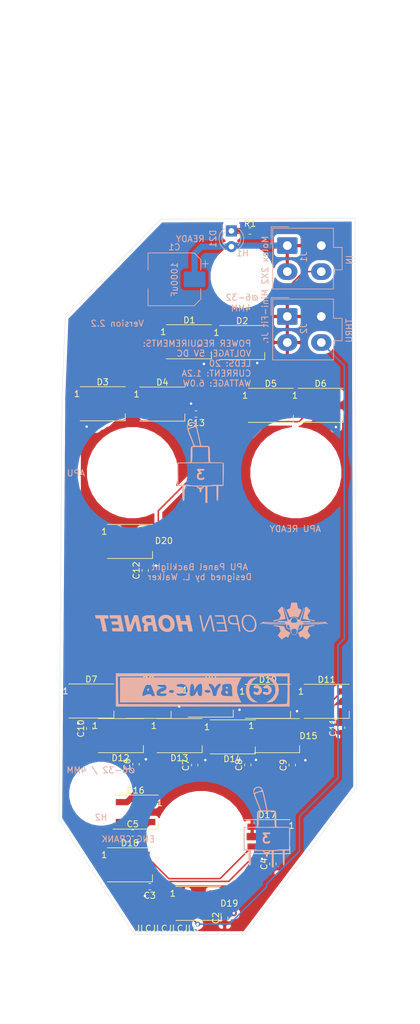
<source format=kicad_pcb>
(kicad_pcb (version 20171130) (host pcbnew "(5.1.12-1-10_14)")
  (layers (0 F.Cu signal) (31 B.Cu signal) (34 B.Paste user) (35 F.Paste user) (36 B.SilkS user) (37 F.SilkS user) (38 B.Mask user) (39 F.Mask user) (44 Edge.Cuts user))
  (net 0 "")
  (net 1 "Net-(D1-Pad2)")
  (net 2 "Net-(D2-Pad2)")
  (net 3 "Net-(D3-Pad2)")
  (net 4 "Net-(D5-Pad2)")
  (net 5 "Net-(D6-Pad2)")
  (net 6 "Net-(D7-Pad2)")
  (net 7 "Net-(D8-Pad2)")
  (net 8 "Net-(D10-Pad4)")
  (net 9 "Net-(D10-Pad2)")
  (net 10 "Net-(D11-Pad2)")
  (net 11 "Net-(D12-Pad2)")
  (net 12 "Net-(D13-Pad2)")
  (net 13 "Net-(D14-Pad2)")
  (net 14 "Net-(D15-Pad2)")
  (net 15 "Net-(D16-Pad2)")
  (net 16 "Net-(D17-Pad2)")
  (net 17 "Net-(D18-Pad2)")
  (net 18 "Net-(D20-Pad4)")
  (net 19 "Net-(D20-Pad2)")
  (net 20 /LED+5V)
  (net 21 /DATAIN)
  (net 22 /LEDGND)
  (net 23 /DATAOUT)
  (net 24 "Net-(D21-Pad1)")
  (module OH_Backlighting:Molex_Mini-Fit_Jr_5566-04A_2x02_P4.20mm_Vertical (layer B.Cu) (at 105.03916 70.67042 270)
    (fp_text reference J2 (at 1.97358 -2.65684 90) (layer B.SilkS) (effects (justify mirror)))
    (fp_text value Conn_01x04_Female)
    (pad 4 thru_hole oval (at 4.2 -5.5 270) (size 2.7 3.3) (drill 1.4) (layers *.Cu *.Mask) (net 23 /DATAOUT))
    (pad 3 thru_hole oval (at 0 -5.5 270) (size 2.7 3.3) (drill 1.4) (layers *.Cu *.Mask) (net 22 /LEDGND))
    (pad 2 thru_hole oval (at 4.2 0 270) (size 2.7 3.3) (drill 1.4) (layers *.Cu *.Mask) (net 20 /LED+5V))
    (pad 1 thru_hole roundrect (at 0 0 270) (size 2.7 3.3) (drill 1.4) (layers *.Cu *.Mask) (roundrect_rratio 0.09259296296296296) (net 20 /LED+5V))
  )
  (module OH_Backlighting:Molex_Mini-Fit_Jr_5566-04A_2x02_P4.20mm_Vertical (layer B.Cu) (at 105.03916 59.22772 270)
    (fp_text reference J1 (at 1.85928 -2.65684 90) (layer B.SilkS) (effects (justify mirror)))
    (fp_text value Conn_01x04_Female)
    (pad 4 thru_hole oval (at 4.2 -5.5 270) (size 2.7 3.3) (drill 1.4) (layers *.Cu *.Mask) (net 21 /DATAIN))
    (pad 3 thru_hole oval (at 0 -5.5 270) (size 2.7 3.3) (drill 1.4) (layers *.Cu *.Mask) (net 22 /LEDGND))
    (pad 2 thru_hole oval (at 4.2 0 270) (size 2.7 3.3) (drill 1.4) (layers *.Cu *.Mask) (net 20 /LED+5V))
    (pad 1 thru_hole roundrect (at 0 0 270) (size 2.7 3.3) (drill 1.4) (layers *.Cu *.Mask) (roundrect_rratio 0.09259296296296296) (net 20 /LED+5V))
  )
  (module OH_General:OH_LOGO_37.7mm_5.9mm (layer B.Cu) (at 92.80906 119.82958 180)
    (fp_text reference G2 hide)
    (fp_text value LOGO hide)
  )
  (module OH_General:CC-BY-NC-SA-Small (layer B.Cu) (at 91.45 130.95 180)
    (fp_text reference G3 hide)
    (fp_text value LOGO hide)
  )
  (module OH_Backlighting:631H_Toggle_Silkscreen (layer F.Cu) (at 101.7016 153.06802)
    (fp_text reference G4 hide)
    (fp_text value "631H Toggle" hide)
  )
  (module OH_Backlighting:631H_Toggle_Silkscreen (layer F.Cu) (at 90.97772 94.21876)
    (fp_text reference G1 hide)
    (fp_text value "631H Toggle" hide)
  )
  (module OH_Backlighting:OH_Panel_6-32_PHS (layer F.Cu) (at 74.929999 147.701001)
    (fp_text reference 5 hide)
    (fp_text value OH_Panel_Fastner_Keepout hide)
    (fp_text user H2 (at 0 3.81) (layer B.SilkS) (effects (justify mirror)))
    (fp_text user "⌀6-32 / 4MM" (at 0 -3.81) (layer B.SilkS) (effects (justify mirror)))
    (pad "" np_thru_hole circle (at 0 0) (size 4.3 4.3) (drill 4.3) (layers *.Cu *.Mask) (clearance 3))
  )
  (module OH_Backlighting:OH_Panel_6-32_PHS (layer F.Cu) (at 97.789999 64.135001)
    (fp_text reference 4 hide)
    (fp_text value OH_Panel_Fastner_Keepout hide)
    (fp_text user H1 (at 0.007621 -3.688081) (layer B.SilkS) (effects (justify mirror)))
    (fp_text user ⌀6-32 (at -0.039999 3.464999) (layer B.SilkS) (effects (justify mirror)))
    (pad "" np_thru_hole circle (at 0 0) (size 4.3 4.3) (drill 4.3) (layers *.Cu *.Mask) (clearance 3))
  )
  (module OH_Backlighting:631H_Toggle_13mm_x_13mm (layer F.Cu) (at 91.1225 154.622501)
    (fp_text reference 3 hide)
    (fp_text value 631H_Toggle_13mm_x_13mm hide)
    (pad "" np_thru_hole circle (at 0 0) (size 12.7 12.7) (drill 12.7) (layers B.Cu) (clearance 2.5))
    (pad "" np_thru_hole circle (at 0 0) (size 12.7 12.7) (drill 12.7) (layers *.Mask F.Cu) (clearance 1))
  )
  (module OH_Backlighting:631H_Toggle_13mm_x_13mm (layer F.Cu) (at 106.425999 95.885001)
    (fp_text reference 2 hide)
    (fp_text value 631H_Toggle_13mm_x_13mm hide)
    (pad "" np_thru_hole circle (at 0 0) (size 12.7 12.7) (drill 12.7) (layers B.Cu) (clearance 2.5))
    (pad "" np_thru_hole circle (at 0 0) (size 12.7 12.7) (drill 12.7) (layers *.Mask F.Cu) (clearance 1))
  )
  (module OH_Backlighting:631H_Toggle_13mm_x_13mm (layer F.Cu) (at 80.01 95.885001)
    (fp_text reference REF** hide)
    (fp_text value 631H_Toggle_13mm_x_13mm hide)
    (pad "" np_thru_hole circle (at 0 0) (size 12.7 12.7) (drill 12.7) (layers B.Cu) (clearance 2.5))
    (pad "" np_thru_hole circle (at 0 0) (size 12.7 12.7) (drill 12.7) (layers *.Mask F.Cu) (clearance 1))
  )
  (module Capacitor_SMD:C_0603_1608Metric (layer F.Cu) (at 80.05 154.05)
    (fp_text reference C5 (at 0 -1.43) (layer F.SilkS))
    (fp_text value C)
    (pad 2 smd roundrect (at 0.7875 0) (size 0.875 0.95) (layers F.Cu F.Paste F.Mask) (net 22 /LEDGND))
    (pad 1 smd roundrect (at -0.7875 0) (size 0.875 0.95) (layers F.Cu F.Paste F.Mask) (net 20 /LED+5V))
  )
  (module Capacitor_SMD:C_0603_1608Metric (layer F.Cu) (at 94.9198 167.77472 90)
    (fp_text reference C2 (at 0 -1.43 90) (layer F.SilkS))
    (fp_text value C)
    (pad 2 smd roundrect (at 0.7875 0 90) (size 0.875 0.95) (layers F.Cu F.Paste F.Mask) (net 22 /LEDGND))
    (pad 1 smd roundrect (at -0.7875 0 90) (size 0.875 0.95) (layers F.Cu F.Paste F.Mask) (net 20 /LED+5V))
  )
  (module Capacitor_SMD:C_0603_1608Metric (layer F.Cu) (at 90.2716 86.41842 180)
    (fp_text reference C13 (at 0 -1.43) (layer F.SilkS))
    (fp_text value C)
    (pad 2 smd roundrect (at 0.7875 0 180) (size 0.875 0.95) (layers F.Cu F.Paste F.Mask) (net 22 /LEDGND))
    (pad 1 smd roundrect (at -0.7875 0 180) (size 0.875 0.95) (layers F.Cu F.Paste F.Mask) (net 20 /LED+5V))
  )
  (module Capacitor_SMD:C_0603_1608Metric (layer F.Cu) (at 82.06994 111.66612 90)
    (fp_text reference C12 (at 0 -1.43 90) (layer F.SilkS))
    (fp_text value C)
    (pad 2 smd roundrect (at 0.7875 0 90) (size 0.875 0.95) (layers F.Cu F.Paste F.Mask) (net 22 /LEDGND))
    (pad 1 smd roundrect (at -0.7875 0 90) (size 0.875 0.95) (layers F.Cu F.Paste F.Mask) (net 20 /LED+5V))
  )
  (module Capacitor_SMD:C_0603_1608Metric (layer F.Cu) (at 113.84534 137.04316 90)
    (fp_text reference C11 (at 0 -1.43 90) (layer F.SilkS))
    (fp_text value C)
    (pad 2 smd roundrect (at 0.7875 0 90) (size 0.875 0.95) (layers F.Cu F.Paste F.Mask) (net 22 /LEDGND))
    (pad 1 smd roundrect (at -0.7875 0 90) (size 0.875 0.95) (layers F.Cu F.Paste F.Mask) (net 20 /LED+5V))
  )
  (module Capacitor_SMD:C_0603_1608Metric (layer F.Cu) (at 73.09866 137.17534 90)
    (fp_text reference C10 (at 0 -1.43 90) (layer F.SilkS))
    (fp_text value C)
    (pad 2 smd roundrect (at 0.7875 0 90) (size 0.875 0.95) (layers F.Cu F.Paste F.Mask) (net 22 /LEDGND))
    (pad 1 smd roundrect (at -0.7875 0 90) (size 0.875 0.95) (layers F.Cu F.Paste F.Mask) (net 20 /LED+5V))
  )
  (module Capacitor_SMD:C_0603_1608Metric (layer F.Cu) (at 105.82656 143.08338 90)
    (fp_text reference C9 (at 0 -1.43 90) (layer F.SilkS))
    (fp_text value C)
    (pad 2 smd roundrect (at 0.7875 0 90) (size 0.875 0.95) (layers F.Cu F.Paste F.Mask) (net 22 /LEDGND))
    (pad 1 smd roundrect (at -0.7875 0 90) (size 0.875 0.95) (layers F.Cu F.Paste F.Mask) (net 20 /LED+5V))
  )
  (module Capacitor_SMD:C_0603_1608Metric (layer F.Cu) (at 98.65106 143.05788 90)
    (fp_text reference C8 (at 0 -1.43 90) (layer F.SilkS))
    (fp_text value C)
    (pad 2 smd roundrect (at 0.7875 0 90) (size 0.875 0.95) (layers F.Cu F.Paste F.Mask) (net 22 /LEDGND))
    (pad 1 smd roundrect (at -0.7875 0 90) (size 0.875 0.95) (layers F.Cu F.Paste F.Mask) (net 20 /LED+5V))
  )
  (module Capacitor_SMD:C_0603_1608Metric (layer F.Cu) (at 90.07094 143.0782 90)
    (fp_text reference C7 (at 0 -1.43 90) (layer F.SilkS))
    (fp_text value C)
    (pad 2 smd roundrect (at 0.7875 0 90) (size 0.875 0.95) (layers F.Cu F.Paste F.Mask) (net 22 /LEDGND))
    (pad 1 smd roundrect (at -0.7875 0 90) (size 0.875 0.95) (layers F.Cu F.Paste F.Mask) (net 20 /LED+5V))
  )
  (module Capacitor_SMD:C_0603_1608Metric (layer F.Cu) (at 80.5815 142.9385 90)
    (fp_text reference C6 (at 0 -1.43 90) (layer F.SilkS))
    (fp_text value C)
    (pad 2 smd roundrect (at 0.7875 0 90) (size 0.875 0.95) (layers F.Cu F.Paste F.Mask) (net 22 /LEDGND))
    (pad 1 smd roundrect (at -0.7875 0 90) (size 0.875 0.95) (layers F.Cu F.Paste F.Mask) (net 20 /LED+5V))
  )
  (module Capacitor_SMD:C_0603_1608Metric (layer F.Cu) (at 102.71506 159.03204 90)
    (fp_text reference C4 (at 0 -1.43 90) (layer F.SilkS))
    (fp_text value C)
    (pad 2 smd roundrect (at 0.7875 0 90) (size 0.875 0.95) (layers F.Cu F.Paste F.Mask) (net 22 /LEDGND))
    (pad 1 smd roundrect (at -0.7875 0 90) (size 0.875 0.95) (layers F.Cu F.Paste F.Mask) (net 20 /LED+5V))
  )
  (module Capacitor_SMD:C_0603_1608Metric (layer F.Cu) (at 82.81172 162.70986 180)
    (fp_text reference C3 (at 0 -1.43) (layer F.SilkS))
    (fp_text value C)
    (pad 2 smd roundrect (at 0.7875 0 180) (size 0.875 0.95) (layers F.Cu F.Paste F.Mask) (net 22 /LEDGND))
    (pad 1 smd roundrect (at -0.7875 0 180) (size 0.875 0.95) (layers F.Cu F.Paste F.Mask) (net 20 /LED+5V))
  )
  (module Resistor_SMD:R_0603_1608Metric (layer F.Cu) (at 99.00168 56.87568)
    (fp_text reference R1 (at 0.01832 -1.20568) (layer F.SilkS))
    (fp_text value R)
    (pad 2 smd roundrect (at 0.7875 0) (size 0.875 0.95) (layers F.Cu F.Paste F.Mask) (net 22 /LEDGND))
    (pad 1 smd roundrect (at -0.7875 0) (size 0.875 0.95) (layers F.Cu F.Paste F.Mask) (net 24 "Net-(D21-Pad1)"))
  )
  (module LED_THT:LED_D3.0mm (layer B.Cu) (at 95.9993 56.85536 270)
    (fp_text reference D21 (at 1.27 2.96 270) (layer B.SilkS) (effects (justify mirror)))
    (fp_text value LED)
    (pad 2 thru_hole circle (at 2.54 0 270) (size 1.8 1.8) (drill 0.9) (layers *.Cu *.Mask) (net 20 /LED+5V))
    (pad 1 thru_hole rect (at 0 0 270) (size 1.8 1.8) (drill 0.9) (layers *.Cu *.Mask) (net 24 "Net-(D21-Pad1)"))
  )
  (module Capacitor_SMD:CP_Elec_8x10 (layer B.Cu) (at 86.79046 64.67348 180)
    (fp_text reference C1 (at 0 5.2) (layer B.SilkS) (effects (justify mirror)))
    (fp_text value C_Polarized)
    (pad 2 smd roundrect (at 3.25 0 180) (size 3.5 2.5) (layers B.Cu B.Paste B.Mask) (roundrect_rratio 0.1) (net 22 /LEDGND))
    (pad 1 smd roundrect (at -3.25 0 180) (size 3.5 2.5) (layers B.Cu B.Paste B.Mask) (roundrect_rratio 0.1) (net 20 /LED+5V))
  )
  (module LED_SMD:LED_WS2812B_PLCC4_5.0x5.0mm_P3.2mm (layer F.Cu) (at 79.6036 106.9848)
    (fp_text reference D20 (at 5.4864 -0.1016) (layer F.SilkS))
    (fp_text value WS2812B)
    (fp_text user 1 (at -4.15 -1.6) (layer F.SilkS))
    (pad 1 smd rect (at -2.45 -1.6) (size 1.5 1) (layers F.Cu F.Paste F.Mask) (net 20 /LED+5V))
    (pad 2 smd rect (at -2.45 1.6) (size 1.5 1) (layers F.Cu F.Paste F.Mask) (net 19 "Net-(D20-Pad2)"))
    (pad 4 smd rect (at 2.45 -1.6) (size 1.5 1) (layers F.Cu F.Paste F.Mask) (net 18 "Net-(D20-Pad4)"))
    (pad 3 smd rect (at 2.45 1.6) (size 1.5 1) (layers F.Cu F.Paste F.Mask) (net 22 /LEDGND))
  )
  (module LED_SMD:LED_WS2812B_PLCC4_5.0x5.0mm_P3.2mm (layer F.Cu) (at 110.4276 85.0136)
    (fp_text reference D6 (at 0 -3.5) (layer F.SilkS))
    (fp_text value WS2812B)
    (fp_text user 1 (at -4.15 -1.6) (layer F.SilkS))
    (pad 1 smd rect (at -2.45 -1.6) (size 1.5 1) (layers F.Cu F.Paste F.Mask) (net 20 /LED+5V))
    (pad 2 smd rect (at -2.45 1.6) (size 1.5 1) (layers F.Cu F.Paste F.Mask) (net 5 "Net-(D6-Pad2)"))
    (pad 4 smd rect (at 2.45 -1.6) (size 1.5 1) (layers F.Cu F.Paste F.Mask) (net 4 "Net-(D5-Pad2)"))
    (pad 3 smd rect (at 2.45 1.6) (size 1.5 1) (layers F.Cu F.Paste F.Mask) (net 22 /LEDGND))
  )
  (module LED_SMD:LED_WS2812B_PLCC4_5.0x5.0mm_P3.2mm (layer F.Cu) (at 102.3736 85.0136)
    (fp_text reference D5 (at 0 -3.5) (layer F.SilkS))
    (fp_text value WS2812B)
    (fp_text user 1 (at -4.15 -1.6) (layer F.SilkS))
    (pad 1 smd rect (at -2.45 -1.6) (size 1.5 1) (layers F.Cu F.Paste F.Mask) (net 20 /LED+5V))
    (pad 2 smd rect (at -2.45 1.6) (size 1.5 1) (layers F.Cu F.Paste F.Mask) (net 4 "Net-(D5-Pad2)"))
    (pad 4 smd rect (at 2.45 -1.6) (size 1.5 1) (layers F.Cu F.Paste F.Mask) (net 19 "Net-(D20-Pad2)"))
    (pad 3 smd rect (at 2.45 1.6) (size 1.5 1) (layers F.Cu F.Paste F.Mask) (net 22 /LEDGND))
  )
  (module LED_SMD:LED_WS2812B_PLCC4_5.0x5.0mm_P3.2mm (layer F.Cu) (at 111.4044 132.7912)
    (fp_text reference D11 (at 0 -3.5) (layer F.SilkS))
    (fp_text value WS2812B)
    (fp_text user 1 (at -4.15 -1.6) (layer F.SilkS))
    (pad 1 smd rect (at -2.45 -1.6) (size 1.5 1) (layers F.Cu F.Paste F.Mask) (net 20 /LED+5V))
    (pad 2 smd rect (at -2.45 1.6) (size 1.5 1) (layers F.Cu F.Paste F.Mask) (net 10 "Net-(D11-Pad2)"))
    (pad 4 smd rect (at 2.45 -1.6) (size 1.5 1) (layers F.Cu F.Paste F.Mask) (net 9 "Net-(D10-Pad2)"))
    (pad 3 smd rect (at 2.45 1.6) (size 1.5 1) (layers F.Cu F.Paste F.Mask) (net 22 /LEDGND))
  )
  (module LED_SMD:LED_WS2812B_PLCC4_5.0x5.0mm_P3.2mm (layer F.Cu) (at 90.678 165.4048)
    (fp_text reference D19 (at 4.9784 0) (layer F.SilkS))
    (fp_text value WS2812B)
    (fp_text user 1 (at -4.15 -1.6) (layer F.SilkS))
    (pad 1 smd rect (at -2.45 -1.6) (size 1.5 1) (layers F.Cu F.Paste F.Mask) (net 20 /LED+5V))
    (pad 2 smd rect (at -2.45 1.6) (size 1.5 1) (layers F.Cu F.Paste F.Mask) (net 23 /DATAOUT))
    (pad 4 smd rect (at 2.45 -1.6) (size 1.5 1) (layers F.Cu F.Paste F.Mask) (net 17 "Net-(D18-Pad2)"))
    (pad 3 smd rect (at 2.45 1.6) (size 1.5 1) (layers F.Cu F.Paste F.Mask) (net 22 /LEDGND))
  )
  (module LED_SMD:LED_WS2812B_PLCC4_5.0x5.0mm_P3.2mm (layer F.Cu) (at 79.592 159.1816)
    (fp_text reference D18 (at 0 -3.5) (layer F.SilkS))
    (fp_text value WS2812B)
    (fp_text user 1 (at -4.15 -1.6) (layer F.SilkS))
    (pad 1 smd rect (at -2.45 -1.6) (size 1.5 1) (layers F.Cu F.Paste F.Mask) (net 20 /LED+5V))
    (pad 2 smd rect (at -2.45 1.6) (size 1.5 1) (layers F.Cu F.Paste F.Mask) (net 17 "Net-(D18-Pad2)"))
    (pad 4 smd rect (at 2.45 -1.6) (size 1.5 1) (layers F.Cu F.Paste F.Mask) (net 16 "Net-(D17-Pad2)"))
    (pad 3 smd rect (at 2.45 1.6) (size 1.5 1) (layers F.Cu F.Paste F.Mask) (net 22 /LEDGND))
  )
  (module LED_SMD:LED_WS2812B_PLCC4_5.0x5.0mm_P3.2mm (layer F.Cu) (at 101.8032 154.6352)
    (fp_text reference D17 (at 0 -3.5) (layer F.SilkS))
    (fp_text value WS2812B)
    (fp_text user 1 (at 3.9116 -1.778) (layer F.SilkS))
    (pad 1 smd rect (at -2.45 -1.6) (size 1.5 1) (layers F.Cu F.Paste F.Mask) (net 20 /LED+5V))
    (pad 2 smd rect (at -2.45 1.6) (size 1.5 1) (layers F.Cu F.Paste F.Mask) (net 16 "Net-(D17-Pad2)"))
    (pad 4 smd rect (at 2.45 -1.6) (size 1.5 1) (layers F.Cu F.Paste F.Mask) (net 15 "Net-(D16-Pad2)"))
    (pad 3 smd rect (at 2.45 1.6) (size 1.5 1) (layers F.Cu F.Paste F.Mask) (net 22 /LEDGND))
  )
  (module LED_SMD:LED_WS2812B_PLCC4_5.0x5.0mm_P3.2mm (layer F.Cu) (at 80.518 150.6728)
    (fp_text reference D16 (at 0 -3.5) (layer F.SilkS))
    (fp_text value WS2812B)
    (fp_text user 1 (at 3.9116 -1.4732) (layer F.SilkS))
    (pad 1 smd rect (at -2.45 -1.6) (size 1.5 1) (layers F.Cu F.Paste F.Mask) (net 20 /LED+5V))
    (pad 2 smd rect (at -2.45 1.6) (size 1.5 1) (layers F.Cu F.Paste F.Mask) (net 15 "Net-(D16-Pad2)"))
    (pad 4 smd rect (at 2.45 -1.6) (size 1.5 1) (layers F.Cu F.Paste F.Mask) (net 14 "Net-(D15-Pad2)"))
    (pad 3 smd rect (at 2.45 1.6) (size 1.5 1) (layers F.Cu F.Paste F.Mask) (net 22 /LEDGND))
  )
  (module LED_SMD:LED_WS2812B_PLCC4_5.0x5.0mm_P3.2mm (layer F.Cu) (at 103.378 138.3284)
    (fp_text reference D15 (at 5.08 0.0508) (layer F.SilkS))
    (fp_text value WS2812B)
    (fp_text user 1 (at -4.15 -1.6) (layer F.SilkS))
    (pad 1 smd rect (at -2.45 -1.6) (size 1.5 1) (layers F.Cu F.Paste F.Mask) (net 20 /LED+5V))
    (pad 2 smd rect (at -2.45 1.6) (size 1.5 1) (layers F.Cu F.Paste F.Mask) (net 14 "Net-(D15-Pad2)"))
    (pad 4 smd rect (at 2.45 -1.6) (size 1.5 1) (layers F.Cu F.Paste F.Mask) (net 13 "Net-(D14-Pad2)"))
    (pad 3 smd rect (at 2.45 1.6) (size 1.5 1) (layers F.Cu F.Paste F.Mask) (net 22 /LEDGND))
  )
  (module LED_SMD:LED_WS2812B_PLCC4_5.0x5.0mm_P3.2mm (layer F.Cu) (at 96.2152 138.5316)
    (fp_text reference D14 (at -0.0508 3.556) (layer F.SilkS))
    (fp_text value WS2812B)
    (fp_text user 1 (at -4.15 -1.6) (layer F.SilkS))
    (pad 1 smd rect (at -2.45 -1.6) (size 1.5 1) (layers F.Cu F.Paste F.Mask) (net 20 /LED+5V))
    (pad 2 smd rect (at -2.45 1.6) (size 1.5 1) (layers F.Cu F.Paste F.Mask) (net 13 "Net-(D14-Pad2)"))
    (pad 4 smd rect (at 2.45 -1.6) (size 1.5 1) (layers F.Cu F.Paste F.Mask) (net 12 "Net-(D13-Pad2)"))
    (pad 3 smd rect (at 2.45 1.6) (size 1.5 1) (layers F.Cu F.Paste F.Mask) (net 22 /LEDGND))
  )
  (module LED_SMD:LED_WS2812B_PLCC4_5.0x5.0mm_P3.2mm (layer F.Cu) (at 87.63 138.3284)
    (fp_text reference D13 (at -0.0508 3.6068) (layer F.SilkS))
    (fp_text value WS2812B)
    (fp_text user 1 (at -4.15 -1.6) (layer F.SilkS))
    (pad 1 smd rect (at -2.45 -1.6) (size 1.5 1) (layers F.Cu F.Paste F.Mask) (net 20 /LED+5V))
    (pad 2 smd rect (at -2.45 1.6) (size 1.5 1) (layers F.Cu F.Paste F.Mask) (net 12 "Net-(D13-Pad2)"))
    (pad 4 smd rect (at 2.45 -1.6) (size 1.5 1) (layers F.Cu F.Paste F.Mask) (net 11 "Net-(D12-Pad2)"))
    (pad 3 smd rect (at 2.45 1.6) (size 1.5 1) (layers F.Cu F.Paste F.Mask) (net 22 /LEDGND))
  )
  (module LED_SMD:LED_WS2812B_PLCC4_5.0x5.0mm_P3.2mm (layer F.Cu) (at 78.1304 138.3284)
    (fp_text reference D12 (at -0.0508 3.6068) (layer F.SilkS))
    (fp_text value WS2812B)
    (fp_text user 1 (at -4.15 -1.6) (layer F.SilkS))
    (pad 1 smd rect (at -2.45 -1.6) (size 1.5 1) (layers F.Cu F.Paste F.Mask) (net 20 /LED+5V))
    (pad 2 smd rect (at -2.45 1.6) (size 1.5 1) (layers F.Cu F.Paste F.Mask) (net 11 "Net-(D12-Pad2)"))
    (pad 4 smd rect (at 2.45 -1.6) (size 1.5 1) (layers F.Cu F.Paste F.Mask) (net 10 "Net-(D11-Pad2)"))
    (pad 3 smd rect (at 2.45 1.6) (size 1.5 1) (layers F.Cu F.Paste F.Mask) (net 22 /LEDGND))
  )
  (module LED_SMD:LED_WS2812B_PLCC4_5.0x5.0mm_P3.2mm (layer F.Cu) (at 101.9048 132.7912)
    (fp_text reference D10 (at 0 -3.5) (layer F.SilkS))
    (fp_text value WS2812B)
    (fp_text user 1 (at -4.15 -1.6) (layer F.SilkS))
    (pad 1 smd rect (at -2.45 -1.6) (size 1.5 1) (layers F.Cu F.Paste F.Mask) (net 20 /LED+5V))
    (pad 2 smd rect (at -2.45 1.6) (size 1.5 1) (layers F.Cu F.Paste F.Mask) (net 9 "Net-(D10-Pad2)"))
    (pad 4 smd rect (at 2.45 -1.6) (size 1.5 1) (layers F.Cu F.Paste F.Mask) (net 8 "Net-(D10-Pad4)"))
    (pad 3 smd rect (at 2.45 1.6) (size 1.5 1) (layers F.Cu F.Paste F.Mask) (net 22 /LEDGND))
  )
  (module LED_SMD:LED_WS2812B_PLCC4_5.0x5.0mm_P3.2mm (layer F.Cu) (at 92.6592 132.588)
    (fp_text reference D9 (at 0 -3.5) (layer F.SilkS))
    (fp_text value WS2812B)
    (fp_text user 1 (at -4.15 -1.6) (layer F.SilkS))
    (pad 1 smd rect (at -2.45 -1.6) (size 1.5 1) (layers F.Cu F.Paste F.Mask) (net 20 /LED+5V))
    (pad 2 smd rect (at -2.45 1.6) (size 1.5 1) (layers F.Cu F.Paste F.Mask) (net 8 "Net-(D10-Pad4)"))
    (pad 4 smd rect (at 2.45 -1.6) (size 1.5 1) (layers F.Cu F.Paste F.Mask) (net 7 "Net-(D8-Pad2)"))
    (pad 3 smd rect (at 2.45 1.6) (size 1.5 1) (layers F.Cu F.Paste F.Mask) (net 22 /LEDGND))
  )
  (module LED_SMD:LED_WS2812B_PLCC4_5.0x5.0mm_P3.2mm (layer F.Cu) (at 82.6008 132.7912)
    (fp_text reference D8 (at 0 -3.5) (layer F.SilkS))
    (fp_text value WS2812B)
    (fp_text user 1 (at -4.15 -1.6) (layer F.SilkS))
    (pad 1 smd rect (at -2.45 -1.6) (size 1.5 1) (layers F.Cu F.Paste F.Mask) (net 20 /LED+5V))
    (pad 2 smd rect (at -2.45 1.6) (size 1.5 1) (layers F.Cu F.Paste F.Mask) (net 7 "Net-(D8-Pad2)"))
    (pad 4 smd rect (at 2.45 -1.6) (size 1.5 1) (layers F.Cu F.Paste F.Mask) (net 6 "Net-(D7-Pad2)"))
    (pad 3 smd rect (at 2.45 1.6) (size 1.5 1) (layers F.Cu F.Paste F.Mask) (net 22 /LEDGND))
  )
  (module LED_SMD:LED_WS2812B_PLCC4_5.0x5.0mm_P3.2mm (layer F.Cu) (at 73.3552 132.7404)
    (fp_text reference D7 (at 0 -3.5) (layer F.SilkS))
    (fp_text value WS2812B)
    (fp_text user 1 (at -4.15 -1.6) (layer F.SilkS))
    (pad 1 smd rect (at -2.45 -1.6) (size 1.5 1) (layers F.Cu F.Paste F.Mask) (net 20 /LED+5V))
    (pad 2 smd rect (at -2.45 1.6) (size 1.5 1) (layers F.Cu F.Paste F.Mask) (net 6 "Net-(D7-Pad2)"))
    (pad 4 smd rect (at 2.45 -1.6) (size 1.5 1) (layers F.Cu F.Paste F.Mask) (net 5 "Net-(D6-Pad2)"))
    (pad 3 smd rect (at 2.45 1.6) (size 1.5 1) (layers F.Cu F.Paste F.Mask) (net 22 /LEDGND))
  )
  (module LED_SMD:LED_WS2812B_PLCC4_5.0x5.0mm_P3.2mm (layer F.Cu) (at 84.836 84.8104)
    (fp_text reference D4 (at 0 -3.5) (layer F.SilkS))
    (fp_text value WS2812B)
    (fp_text user 1 (at -4.15 -1.6) (layer F.SilkS))
    (pad 1 smd rect (at -2.45 -1.6) (size 1.5 1) (layers F.Cu F.Paste F.Mask) (net 20 /LED+5V))
    (pad 2 smd rect (at -2.45 1.6) (size 1.5 1) (layers F.Cu F.Paste F.Mask) (net 18 "Net-(D20-Pad4)"))
    (pad 4 smd rect (at 2.45 -1.6) (size 1.5 1) (layers F.Cu F.Paste F.Mask) (net 3 "Net-(D3-Pad2)"))
    (pad 3 smd rect (at 2.45 1.6) (size 1.5 1) (layers F.Cu F.Paste F.Mask) (net 22 /LEDGND))
  )
  (module LED_SMD:LED_WS2812B_PLCC4_5.0x5.0mm_P3.2mm (layer F.Cu) (at 75.1956 84.7596)
    (fp_text reference D3 (at 0 -3.5) (layer F.SilkS))
    (fp_text value WS2812B)
    (fp_text user 1 (at -4.15 -1.6) (layer F.SilkS))
    (pad 1 smd rect (at -2.45 -1.6) (size 1.5 1) (layers F.Cu F.Paste F.Mask) (net 20 /LED+5V))
    (pad 2 smd rect (at -2.45 1.6) (size 1.5 1) (layers F.Cu F.Paste F.Mask) (net 3 "Net-(D3-Pad2)"))
    (pad 4 smd rect (at 2.45 -1.6) (size 1.5 1) (layers F.Cu F.Paste F.Mask) (net 2 "Net-(D2-Pad2)"))
    (pad 3 smd rect (at 2.45 1.6) (size 1.5 1) (layers F.Cu F.Paste F.Mask) (net 22 /LEDGND))
  )
  (module LED_SMD:LED_WS2812B_PLCC4_5.0x5.0mm_P3.2mm (layer F.Cu) (at 97.7392 74.8792)
    (fp_text reference D2 (at 0 -3.5) (layer F.SilkS))
    (fp_text value WS2812B)
    (fp_text user 1 (at -4.15 -1.6) (layer F.SilkS))
    (pad 1 smd rect (at -2.45 -1.6) (size 1.5 1) (layers F.Cu F.Paste F.Mask) (net 20 /LED+5V))
    (pad 2 smd rect (at -2.45 1.6) (size 1.5 1) (layers F.Cu F.Paste F.Mask) (net 2 "Net-(D2-Pad2)"))
    (pad 4 smd rect (at 2.45 -1.6) (size 1.5 1) (layers F.Cu F.Paste F.Mask) (net 1 "Net-(D1-Pad2)"))
    (pad 3 smd rect (at 2.45 1.6) (size 1.5 1) (layers F.Cu F.Paste F.Mask) (net 22 /LEDGND))
  )
  (module LED_SMD:LED_WS2812B_PLCC4_5.0x5.0mm_P3.2mm (layer F.Cu) (at 89.1424 74.7524)
    (fp_text reference D1 (at 0.0624 -3.48) (layer F.SilkS))
    (fp_text value WS2812B)
    (fp_text user 1 (at -4.15 -1.6) (layer F.SilkS))
    (pad 1 smd rect (at -2.45 -1.6) (size 1.5 1) (layers F.Cu F.Paste F.Mask) (net 20 /LED+5V))
    (pad 2 smd rect (at -2.45 1.6) (size 1.5 1) (layers F.Cu F.Paste F.Mask) (net 1 "Net-(D1-Pad2)"))
    (pad 4 smd rect (at 2.45 -1.6) (size 1.5 1) (layers F.Cu F.Paste F.Mask) (net 21 /DATAIN))
    (pad 3 smd rect (at 2.45 1.6) (size 1.5 1) (layers F.Cu F.Paste F.Mask) (net 22 /LEDGND))
  )
  (gr_text 1000uF (at 86.81 64.72 90) (layer B.SilkS) (effects (font (size 1 1)) (justify mirror)))
  (gr_text JLCJLCJLCJLC (at 85.63 169.47) (layer F.SilkS) (effects (font (size 1 1))))
  (gr_text "Molex 2X2 Mini-Fit Jr." (at 101.45 66.35 90) (layer B.SilkS) (effects (font (size 1 1)) (justify mirror)))
  (gr_text 4MM (at 97.55 69.35) (layer B.SilkS) (effects (font (size 1 1)) (justify mirror)))
  (gr_text READY (at 89.35 58.15) (layer B.SilkS) (effects (font (size 1 1)) (justify mirror)))
  (gr_text "POWER REQUIREMENTS:\nVOLTAGE: 5V DC\nLEDS: 20\nCURRENT: 1.2A\nWATTAGE: 6.0W" (at 99.3 78.25) (layer B.SilkS) (effects (font (size 1 1)) (justify left mirror)))
  (gr_text "APU Panel Backlight\nDesigned by L. Walker" (at 90.88882 111.9124) (layer B.SilkS) (effects (font (size 1 1)) (justify mirror)))
  (gr_text 3 (at 101.64572 154.92476) (layer B.SilkS) (effects (font (size 1.5 1.5) (thickness 0.3)) (justify mirror)))
  (gr_text 3 (at 91.01074 96.23552) (layer B.SilkS) (effects (font (size 1.5 1.5) (thickness 0.3)) (justify mirror)))
  (gr_text "Version 2.2" (at 77.55 71.8) (layer B.SilkS) (effects (font (size 1 1)) (justify mirror)))
  (gr_text APU (at 70.87362 95.95866) (layer B.SilkS) (effects (font (size 1 1)) (justify mirror)))
  (gr_text "APU READY" (at 106.3244 104.9528) (layer B.SilkS) (effects (font (size 1 1)) (justify mirror)))
  (gr_text "ENG CRANK" (at 79.28864 155.03398) (layer B.SilkS) (effects (font (size 1 1)) (justify mirror)))
  (gr_text THRU (at 115.05184 72.96404 90) (layer B.SilkS) (effects (font (size 1 1)) (justify mirror)))
  (gr_text IN (at 115.09502 61.52896 90) (layer B.SilkS) (effects (font (size 1 1)) (justify mirror)))
  (gr_line (start 69.1388 70.8152) (end 68.6308 83.6168) (layer Edge.Cuts) (width 0.05))
  (gr_line (start 84.582 54.9656) (end 69.1388 70.8152) (layer Edge.Cuts) (width 0.05))
  (gr_line (start 115.9764 54.8132) (end 84.582 54.9656) (layer Edge.Cuts) (width 0.05))
  (gr_line (start 116.2304 146.7104) (end 115.9764 54.8132) (layer Edge.Cuts) (width 0.05))
  (gr_line (start 98.2472 170.434) (end 116.2304 146.7104) (layer Edge.Cuts) (width 0.05))
  (gr_line (start 80.264 170.434) (end 98.2472 170.434) (layer Edge.Cuts) (width 0.05))
  (gr_line (start 68.1228 151.7904) (end 80.264 170.434) (layer Edge.Cuts) (width 0.05))
  (gr_line (start 68.6308 83.6168) (end 68.1228 151.7904) (layer Edge.Cuts) (width 0.05))
  (segment (start 86.6924 75.6024) (end 88.15728 74.13752) (width 0.25) (layer F.Cu) (net 1))
  (segment (start 86.6924 76.3524) (end 86.6924 75.6024) (width 0.25) (layer F.Cu) (net 1))
  (segment (start 99.364199 74.104201) (end 100.1892 73.2792) (width 0.25) (layer F.Cu) (net 1))
  (segment (start 96.121519 74.104201) (end 99.364199 74.104201) (width 0.25) (layer F.Cu) (net 1))
  (segment (start 96.0882 74.13752) (end 96.121519 74.104201) (width 0.25) (layer F.Cu) (net 1))
  (segment (start 88.15728 74.13752) (end 96.0882 74.13752) (width 0.25) (layer F.Cu) (net 1))
  (segment (start 95.2892 76.4792) (end 92.15972 79.60868) (width 0.25) (layer F.Cu) (net 2))
  (segment (start 81.19652 79.60868) (end 77.6456 83.1596) (width 0.25) (layer F.Cu) (net 2))
  (segment (start 92.15972 79.60868) (end 81.19652 79.60868) (width 0.25) (layer F.Cu) (net 2))
  (segment (start 86.061789 84.434611) (end 87.286 83.2104) (width 0.25) (layer F.Cu) (net 3))
  (segment (start 74.670589 84.434611) (end 86.061789 84.434611) (width 0.25) (layer F.Cu) (net 3))
  (segment (start 72.7456 86.3596) (end 74.670589 84.434611) (width 0.25) (layer F.Cu) (net 3))
  (segment (start 112.052599 84.238601) (end 112.8776 83.4136) (width 0.25) (layer F.Cu) (net 4))
  (segment (start 102.298599 84.238601) (end 112.052599 84.238601) (width 0.25) (layer F.Cu) (net 4))
  (segment (start 99.9236 86.6136) (end 102.298599 84.238601) (width 0.25) (layer F.Cu) (net 4))
  (segment (start 75.8052 131.1404) (end 75.8052 128.4448) (width 0.25) (layer F.Cu) (net 5))
  (segment (start 75.8052 128.4448) (end 94.9 109.35) (width 0.25) (layer F.Cu) (net 5))
  (segment (start 94.9 109.35) (end 94.9 94.05) (width 0.25) (layer F.Cu) (net 5))
  (segment (start 94.9 94.05) (end 101.3 87.65) (width 0.25) (layer F.Cu) (net 5))
  (segment (start 106.9412 87.65) (end 107.9776 86.6136) (width 0.25) (layer F.Cu) (net 5))
  (segment (start 101.3 87.65) (end 106.9412 87.65) (width 0.25) (layer F.Cu) (net 5))
  (segment (start 85.0508 131.9412) (end 84.23382 132.75818) (width 0.25) (layer F.Cu) (net 6))
  (segment (start 85.0508 131.1912) (end 85.0508 131.9412) (width 0.25) (layer F.Cu) (net 6))
  (segment (start 72.48742 132.75818) (end 70.9052 134.3404) (width 0.25) (layer F.Cu) (net 6))
  (segment (start 84.23382 132.75818) (end 72.48742 132.75818) (width 0.25) (layer F.Cu) (net 6))
  (segment (start 85.612209 132.016201) (end 94.080999 132.016201) (width 0.25) (layer F.Cu) (net 7))
  (segment (start 94.080999 132.016201) (end 95.1092 130.988) (width 0.25) (layer F.Cu) (net 7))
  (segment (start 83.23721 134.3912) (end 85.612209 132.016201) (width 0.25) (layer F.Cu) (net 7))
  (segment (start 80.1508 134.3912) (end 83.23721 134.3912) (width 0.25) (layer F.Cu) (net 7))
  (segment (start 91.034201 133.362999) (end 93.781581 133.362999) (width 0.25) (layer F.Cu) (net 8))
  (segment (start 90.2092 134.188) (end 91.034201 133.362999) (width 0.25) (layer F.Cu) (net 8))
  (segment (start 93.781581 133.362999) (end 94.56166 132.58292) (width 0.25) (layer F.Cu) (net 8))
  (segment (start 102.96308 132.58292) (end 104.3548 131.1912) (width 0.25) (layer F.Cu) (net 8))
  (segment (start 94.56166 132.58292) (end 102.96308 132.58292) (width 0.25) (layer F.Cu) (net 8))
  (segment (start 100.06307 133.03293) (end 112.01267 133.03293) (width 0.25) (layer F.Cu) (net 9))
  (segment (start 99.4548 133.6412) (end 100.06307 133.03293) (width 0.25) (layer F.Cu) (net 9))
  (segment (start 112.01267 133.03293) (end 113.8544 131.1912) (width 0.25) (layer F.Cu) (net 9))
  (segment (start 99.4548 134.3912) (end 99.4548 133.6412) (width 0.25) (layer F.Cu) (net 9))
  (segment (start 82.092599 135.216201) (end 80.5804 136.7284) (width 0.25) (layer F.Cu) (net 10))
  (segment (start 108.129399 135.216201) (end 82.092599 135.216201) (width 0.25) (layer F.Cu) (net 10))
  (segment (start 108.9544 134.3912) (end 108.129399 135.216201) (width 0.25) (layer F.Cu) (net 10))
  (segment (start 89.254999 137.553401) (end 89.217799 137.553401) (width 0.25) (layer F.Cu) (net 11))
  (segment (start 90.08 136.7284) (end 89.254999 137.553401) (width 0.25) (layer F.Cu) (net 11))
  (segment (start 89.217799 137.553401) (end 88.26754 138.50366) (width 0.25) (layer F.Cu) (net 11))
  (segment (start 77.10514 138.50366) (end 75.6804 139.9284) (width 0.25) (layer F.Cu) (net 11))
  (segment (start 88.26754 138.50366) (end 77.10514 138.50366) (width 0.25) (layer F.Cu) (net 11))
  (segment (start 97.840199 137.756601) (end 98.6652 136.9316) (width 0.25) (layer F.Cu) (net 12))
  (segment (start 89.688209 137.756601) (end 97.840199 137.756601) (width 0.25) (layer F.Cu) (net 12))
  (segment (start 87.51641 139.9284) (end 89.688209 137.756601) (width 0.25) (layer F.Cu) (net 12))
  (segment (start 85.18 139.9284) (end 87.51641 139.9284) (width 0.25) (layer F.Cu) (net 12))
  (segment (start 104.799799 137.756601) (end 105.828 136.7284) (width 0.25) (layer F.Cu) (net 13))
  (segment (start 98.570079 137.756601) (end 104.799799 137.756601) (width 0.25) (layer F.Cu) (net 13))
  (segment (start 96.19508 140.1316) (end 98.570079 137.756601) (width 0.25) (layer F.Cu) (net 13))
  (segment (start 93.7652 140.1316) (end 96.19508 140.1316) (width 0.25) (layer F.Cu) (net 13))
  (segment (start 82.968 145.205398) (end 82.968 149.0728) (width 0.25) (layer F.Cu) (net 14))
  (segment (start 89.069999 139.103399) (end 82.968 145.205398) (width 0.25) (layer F.Cu) (net 14))
  (segment (start 91.155001 139.168399) (end 91.090001 139.103399) (width 0.25) (layer F.Cu) (net 14))
  (segment (start 91.155001 139.435321) (end 91.155001 139.168399) (width 0.25) (layer F.Cu) (net 14))
  (segment (start 92.676281 140.956601) (end 91.155001 139.435321) (width 0.25) (layer F.Cu) (net 14))
  (segment (start 91.090001 139.103399) (end 89.069999 139.103399) (width 0.25) (layer F.Cu) (net 14))
  (segment (start 96.006489 140.956601) (end 92.676281 140.956601) (width 0.25) (layer F.Cu) (net 14))
  (segment (start 98.181865 138.781225) (end 96.006489 140.956601) (width 0.25) (layer F.Cu) (net 14))
  (segment (start 99.780825 138.781225) (end 98.181865 138.781225) (width 0.25) (layer F.Cu) (net 14))
  (segment (start 100.928 139.9284) (end 99.780825 138.781225) (width 0.25) (layer F.Cu) (net 14))
  (segment (start 78.068 155.442602) (end 78.068 152.2728) (width 0.25) (layer F.Cu) (net 15))
  (segment (start 81.031999 158.406601) (end 78.068 155.442602) (width 0.25) (layer F.Cu) (net 15))
  (segment (start 81.434441 158.406601) (end 81.031999 158.406601) (width 0.25) (layer F.Cu) (net 15))
  (segment (start 84.889659 161.861819) (end 81.434441 158.406601) (width 0.25) (layer F.Cu) (net 15))
  (segment (start 104.2532 153.170202) (end 95.561583 161.861819) (width 0.25) (layer F.Cu) (net 15))
  (segment (start 95.561583 161.861819) (end 84.889659 161.861819) (width 0.25) (layer F.Cu) (net 15))
  (segment (start 104.2532 153.0352) (end 104.2532 153.170202) (width 0.25) (layer F.Cu) (net 15))
  (segment (start 85.87221 161.41181) (end 82.042 157.5816) (width 0.25) (layer F.Cu) (net 16))
  (segment (start 94.17659 161.41181) (end 85.87221 161.41181) (width 0.25) (layer F.Cu) (net 16))
  (segment (start 99.3532 156.2352) (end 94.17659 161.41181) (width 0.25) (layer F.Cu) (net 16))
  (segment (start 91.912031 165.020769) (end 93.128 163.8048) (width 0.25) (layer F.Cu) (net 17))
  (segment (start 81.381169 165.020769) (end 91.912031 165.020769) (width 0.25) (layer F.Cu) (net 17))
  (segment (start 77.142 160.7816) (end 81.381169 165.020769) (width 0.25) (layer F.Cu) (net 17))
  (segment (start 81.510199 85.534599) (end 82.386 86.4104) (width 0.25) (layer F.Cu) (net 18))
  (segment (start 74.198659 87.184601) (end 75.848661 85.534599) (width 0.25) (layer F.Cu) (net 18))
  (segment (start 75.848661 85.534599) (end 81.510199 85.534599) (width 0.25) (layer F.Cu) (net 18))
  (segment (start 72.698659 87.184601) (end 74.198659 87.184601) (width 0.25) (layer F.Cu) (net 18))
  (segment (start 71.034999 101.101201) (end 71.034999 88.848261) (width 0.25) (layer F.Cu) (net 18))
  (segment (start 71.034999 88.848261) (end 72.698659 87.184601) (width 0.25) (layer F.Cu) (net 18))
  (segment (start 76.143599 106.209801) (end 71.034999 101.101201) (width 0.25) (layer F.Cu) (net 18))
  (segment (start 78.163601 106.209801) (end 76.143599 106.209801) (width 0.25) (layer F.Cu) (net 18))
  (segment (start 78.988602 105.3848) (end 78.163601 106.209801) (width 0.25) (layer F.Cu) (net 18))
  (segment (start 82.0536 105.3848) (end 78.988602 105.3848) (width 0.25) (layer F.Cu) (net 18))
  (segment (start 98.848599 85.853599) (end 98.913599 85.788599) (width 0.25) (layer F.Cu) (net 19))
  (segment (start 98.848599 87.373601) (end 98.848599 85.853599) (width 0.25) (layer F.Cu) (net 19))
  (segment (start 102.48719 83.4136) (end 104.8236 83.4136) (width 0.25) (layer F.Cu) (net 19))
  (segment (start 100.112191 85.788599) (end 102.48719 83.4136) (width 0.25) (layer F.Cu) (net 19))
  (segment (start 98.913599 85.788599) (end 100.112191 85.788599) (width 0.25) (layer F.Cu) (net 19))
  (segment (start 84.19754 106.02814) (end 84.19754 102.02466) (width 0.25) (layer F.Cu) (net 19))
  (segment (start 84.19754 102.02466) (end 98.848599 87.373601) (width 0.25) (layer F.Cu) (net 19))
  (segment (start 79.12606 106.61234) (end 83.61334 106.61234) (width 0.25) (layer F.Cu) (net 19))
  (segment (start 83.61334 106.61234) (end 84.19754 106.02814) (width 0.25) (layer F.Cu) (net 19))
  (segment (start 77.1536 108.5848) (end 79.12606 106.61234) (width 0.25) (layer F.Cu) (net 19))
  (segment (start 78.655601 83.984601) (end 79.19212 83.448082) (width 0.25) (layer F.Cu) (net 20))
  (segment (start 72.7456 83.1596) (end 73.570601 83.984601) (width 0.25) (layer F.Cu) (net 20))
  (segment (start 73.570601 83.984601) (end 78.655601 83.984601) (width 0.25) (layer F.Cu) (net 20))
  (segment (start 82.148318 83.448082) (end 82.386 83.2104) (width 0.25) (layer F.Cu) (net 20))
  (segment (start 79.19212 83.448082) (end 82.148318 83.448082) (width 0.25) (layer F.Cu) (net 20))
  (segment (start 90.04046 64.67348) (end 90.04046 60.53582) (width 1) (layer B.Cu) (net 20))
  (segment (start 91.18092 59.39536) (end 95.9993 59.39536) (width 1) (layer B.Cu) (net 20))
  (segment (start 90.04046 60.53582) (end 91.18092 59.39536) (width 1) (layer B.Cu) (net 20))
  (segment (start 96.16694 59.22772) (end 95.9993 59.39536) (width 1) (layer B.Cu) (net 20))
  (segment (start 105.03916 59.22772) (end 96.16694 59.22772) (width 1) (layer B.Cu) (net 20))
  (segment (start 76.970949 138.018949) (end 75.6804 136.7284) (width 0.25) (layer F.Cu) (net 20))
  (segment (start 84.639451 138.018949) (end 76.970949 138.018949) (width 0.25) (layer F.Cu) (net 20))
  (segment (start 85.18 137.4784) (end 84.639451 138.018949) (width 0.25) (layer F.Cu) (net 20))
  (segment (start 85.18 136.7284) (end 85.18 137.4784) (width 0.25) (layer F.Cu) (net 20))
  (segment (start 86.005001 135.903399) (end 85.18 136.7284) (width 0.25) (layer F.Cu) (net 20))
  (segment (start 93.486999 135.903399) (end 86.005001 135.903399) (width 0.25) (layer F.Cu) (net 20))
  (segment (start 93.7652 136.1816) (end 93.486999 135.903399) (width 0.25) (layer F.Cu) (net 20))
  (segment (start 93.7652 136.9316) (end 93.7652 136.1816) (width 0.25) (layer F.Cu) (net 20))
  (segment (start 100.306199 136.106599) (end 100.928 136.7284) (width 0.25) (layer F.Cu) (net 20))
  (segment (start 94.590201 136.106599) (end 100.306199 136.106599) (width 0.25) (layer F.Cu) (net 20))
  (segment (start 93.7652 136.9316) (end 94.590201 136.106599) (width 0.25) (layer F.Cu) (net 20))
  (segment (start 78.068 149.0728) (end 79.1272 149.0728) (width 1) (layer F.Cu) (net 20))
  (segment (start 79.1272 149.0728) (end 80.5815 147.6185) (width 1) (layer F.Cu) (net 20))
  (segment (start 79.2625 150.943298) (end 80.5815 149.624298) (width 0.25) (layer F.Cu) (net 20))
  (segment (start 79.2625 154.05) (end 79.2625 150.943298) (width 0.25) (layer F.Cu) (net 20))
  (segment (start 80.5815 144.0815) (end 80.5815 143.726) (width 1) (layer F.Cu) (net 20))
  (segment (start 80.5815 149.624298) (end 80.5815 144.0815) (width 0.25) (layer F.Cu) (net 20))
  (segment (start 80.5815 147.6185) (end 80.5815 144.0815) (width 1) (layer F.Cu) (net 20))
  (segment (start 107.707981 63.42772) (end 101.168861 69.96684) (width 0.25) (layer F.Cu) (net 21))
  (segment (start 110.53916 63.42772) (end 107.707981 63.42772) (width 0.25) (layer F.Cu) (net 21))
  (segment (start 94.77796 69.96684) (end 91.5924 73.1524) (width 0.25) (layer F.Cu) (net 21))
  (segment (start 101.168861 69.96684) (end 94.77796 69.96684) (width 0.25) (layer F.Cu) (net 21))
  (segment (start 108.18712 56.87568) (end 110.53916 59.22772) (width 1) (layer F.Cu) (net 22))
  (segment (start 99.78918 56.87568) (end 108.18712 56.87568) (width 1) (layer F.Cu) (net 22))
  (segment (start 94.90222 167.0048) (end 94.9198 166.98722) (width 1) (layer F.Cu) (net 22))
  (segment (start 93.128 167.0048) (end 94.90222 167.0048) (width 1) (layer F.Cu) (net 22))
  (segment (start 94.9198 166.98722) (end 96.393 166.98722) (width 1) (layer F.Cu) (net 22))
  (segment (start 96.393 166.98722) (end 96.393 166.98722) (width 1) (layer F.Cu) (net 22))
  (via (at 96.393 166.98722) (size 0.8) (drill 0.4) (layers F.Cu B.Cu) (net 22))
  (segment (start 82.042 162.69208) (end 82.02422 162.70986) (width 1) (layer F.Cu) (net 22))
  (segment (start 82.042 160.7816) (end 82.042 162.69208) (width 1) (layer F.Cu) (net 22))
  (segment (start 82.02422 162.70986) (end 82.0166 164.19576) (width 1) (layer F.Cu) (net 22))
  (segment (start 82.0166 164.19576) (end 82.02422 164.18814) (width 1) (layer F.Cu) (net 22))
  (via (at 82.0166 164.19576) (size 0.8) (drill 0.4) (layers F.Cu B.Cu) (net 22))
  (segment (start 104.2532 156.7064) (end 102.71506 158.24454) (width 1) (layer F.Cu) (net 22))
  (segment (start 104.2532 156.2352) (end 104.2532 156.7064) (width 1) (layer F.Cu) (net 22))
  (segment (start 102.71506 158.24454) (end 100.94468 158.22422) (width 1) (layer F.Cu) (net 22))
  (segment (start 100.94468 158.22422) (end 100.965 158.24454) (width 1) (layer F.Cu) (net 22))
  (via (at 100.94468 158.22422) (size 0.8) (drill 0.4) (layers F.Cu B.Cu) (net 22))
  (segment (start 80.5804 142.1499) (end 80.5815 142.151) (width 1) (layer F.Cu) (net 22))
  (segment (start 80.5804 139.9284) (end 80.5804 142.1499) (width 1) (layer F.Cu) (net 22))
  (segment (start 80.5815 142.151) (end 82.1818 142.151) (width 1) (layer F.Cu) (net 22))
  (segment (start 82.1818 142.151) (end 82.1818 142.151) (width 1) (layer F.Cu) (net 22))
  (via (at 82.1818 142.151) (size 0.8) (drill 0.4) (layers F.Cu B.Cu) (net 22))
  (segment (start 90.08 142.28164) (end 90.07094 142.2907) (width 1) (layer F.Cu) (net 22))
  (segment (start 90.08 139.9284) (end 90.08 142.28164) (width 1) (layer F.Cu) (net 22))
  (segment (start 90.07094 142.2907) (end 91.7956 142.28318) (width 1) (layer F.Cu) (net 22))
  (segment (start 91.7956 142.28318) (end 91.78808 142.2907) (width 1) (layer F.Cu) (net 22))
  (via (at 91.7956 142.28318) (size 0.8) (drill 0.4) (layers F.Cu B.Cu) (net 22))
  (segment (start 98.6652 142.25624) (end 98.65106 142.27038) (width 1) (layer F.Cu) (net 22))
  (segment (start 98.6652 140.1316) (end 98.6652 142.25624) (width 1) (layer F.Cu) (net 22))
  (segment (start 98.65106 142.27038) (end 99.98202 142.24254) (width 1) (layer F.Cu) (net 22))
  (segment (start 99.98202 142.24254) (end 99.95418 142.27038) (width 1) (layer F.Cu) (net 22))
  (via (at 99.98202 142.24254) (size 0.8) (drill 0.4) (layers F.Cu B.Cu) (net 22))
  (segment (start 105.828 142.29444) (end 105.82656 142.29588) (width 1) (layer F.Cu) (net 22))
  (segment (start 105.828 139.9284) (end 105.828 142.29444) (width 1) (layer F.Cu) (net 22))
  (segment (start 105.82656 142.29588) (end 107.96524 142.29588) (width 1) (layer F.Cu) (net 22))
  (segment (start 107.96524 142.29588) (end 107.96524 142.29588) (width 1) (layer F.Cu) (net 22))
  (via (at 107.96524 142.29588) (size 0.8) (drill 0.4) (layers F.Cu B.Cu) (net 22))
  (segment (start 75.1461 134.3404) (end 73.09866 136.38784) (width 1) (layer F.Cu) (net 22))
  (segment (start 75.8052 134.3404) (end 75.1461 134.3404) (width 1) (layer F.Cu) (net 22))
  (segment (start 73.09866 136.38784) (end 71.26224 136.36244) (width 1) (layer F.Cu) (net 22))
  (segment (start 71.26224 136.36244) (end 71.28764 136.38784) (width 1) (layer F.Cu) (net 22))
  (via (at 71.26224 136.36244) (size 0.8) (drill 0.4) (layers F.Cu B.Cu) (net 22))
  (segment (start 113.84534 134.40026) (end 113.8544 134.3912) (width 1) (layer F.Cu) (net 22))
  (segment (start 113.84534 136.25566) (end 113.84534 134.40026) (width 1) (layer F.Cu) (net 22))
  (segment (start 113.84534 136.25566) (end 112.51438 136.25322) (width 1) (layer F.Cu) (net 22))
  (segment (start 112.51438 136.25322) (end 112.51682 136.25566) (width 1) (layer F.Cu) (net 22))
  (via (at 112.51438 136.25322) (size 0.8) (drill 0.4) (layers F.Cu B.Cu) (net 22))
  (segment (start 82.06994 108.810426) (end 82.174583 108.705783) (width 1) (layer F.Cu) (net 22))
  (segment (start 82.06994 110.87862) (end 82.06994 108.810426) (width 1) (layer F.Cu) (net 22))
  (segment (start 82.06994 110.87862) (end 83.82254 110.87862) (width 1) (layer F.Cu) (net 22))
  (segment (start 83.82254 110.87862) (end 83.82254 110.87862) (width 1) (layer F.Cu) (net 22))
  (via (at 83.82254 110.87862) (size 0.8) (drill 0.4) (layers F.Cu B.Cu) (net 22))
  (segment (start 89.47608 86.4104) (end 89.4841 86.41842) (width 1) (layer F.Cu) (net 22))
  (segment (start 87.286 86.4104) (end 89.47608 86.4104) (width 1) (layer F.Cu) (net 22))
  (segment (start 85.0508 134.3912) (end 86.82502 134.3912) (width 1) (layer F.Cu) (net 22))
  (segment (start 86.82502 134.3912) (end 87.5792 133.63702) (width 1) (layer F.Cu) (net 22))
  (segment (start 87.5792 133.63702) (end 87.5792 133.63702) (width 1) (layer F.Cu) (net 22))
  (via (at 87.5792 133.63702) (size 0.8) (drill 0.4) (layers F.Cu B.Cu) (net 22))
  (segment (start 95.1092 134.188) (end 97.31248 134.15772) (width 1) (layer F.Cu) (net 22))
  (segment (start 97.31248 134.15772) (end 97.30212 134.188) (width 1) (layer F.Cu) (net 22))
  (via (at 97.31248 134.15772) (size 0.8) (drill 0.4) (layers F.Cu B.Cu) (net 22))
  (segment (start 104.3548 134.3912) (end 106.60908 134.3912) (width 1) (layer F.Cu) (net 22))
  (segment (start 106.60908 134.3912) (end 106.60908 134.3912) (width 1) (layer F.Cu) (net 22))
  (via (at 106.60908 134.3912) (size 0.8) (drill 0.4) (layers F.Cu B.Cu) (net 22))
  (segment (start 112.8776 86.6136) (end 112.89284 88.51646) (width 1) (layer F.Cu) (net 22))
  (segment (start 112.89284 88.51646) (end 112.8776 88.50122) (width 1) (layer F.Cu) (net 22))
  (via (at 112.89284 88.51646) (size 0.8) (drill 0.4) (layers F.Cu B.Cu) (net 22))
  (segment (start 91.5924 76.3524) (end 91.56446 78.32598) (width 1) (layer F.Cu) (net 22))
  (segment (start 91.56446 78.32598) (end 91.5924 78.29804) (width 1) (layer F.Cu) (net 22))
  (via (at 91.56446 78.32598) (size 0.8) (drill 0.4) (layers F.Cu B.Cu) (net 22))
  (segment (start 100.1892 76.4792) (end 100.1892 78.17976) (width 1) (layer F.Cu) (net 22))
  (segment (start 100.1892 78.17976) (end 100.1892 78.17976) (width 1) (layer F.Cu) (net 22))
  (via (at 100.1892 78.17976) (size 0.8) (drill 0.4) (layers F.Cu B.Cu) (net 22))
  (segment (start 89.4841 86.41842) (end 89.4841 84.7343) (width 1) (layer F.Cu) (net 22))
  (segment (start 89.4841 84.7343) (end 89.4841 84.7343) (width 1) (layer F.Cu) (net 22))
  (via (at 89.4841 84.7343) (size 0.8) (drill 0.4) (layers F.Cu B.Cu) (net 22))
  (segment (start 104.8236 86.6136) (end 104.7636 86.6136) (width 1) (layer F.Cu) (net 22))
  (segment (start 105.963601 85.413599) (end 111.677599 85.413599) (width 1) (layer F.Cu) (net 22))
  (segment (start 111.677599 85.413599) (end 112.8776 86.6136) (width 1) (layer F.Cu) (net 22))
  (segment (start 104.7636 86.6136) (end 105.963601 85.413599) (width 1) (layer F.Cu) (net 22))
  (segment (start 82.6147 152.2728) (end 80.8375 154.05) (width 1) (layer F.Cu) (net 22))
  (segment (start 82.968 152.2728) (end 82.6147 152.2728) (width 1) (layer F.Cu) (net 22))
  (segment (start 80.8375 154.05) (end 80.8375 155.5875) (width 1) (layer F.Cu) (net 22))
  (segment (start 80.8375 155.5875) (end 80.8375 155.5875) (width 1) (layer F.Cu) (net 22))
  (via (at 80.8375 155.5875) (size 0.8) (drill 0.4) (layers F.Cu B.Cu) (net 22))
  (segment (start 77.6456 86.3596) (end 76.8904 86.3596) (width 1) (layer F.Cu) (net 22))
  (segment (start 76.8904 86.3596) (end 75.75 87.5) (width 1) (layer F.Cu) (net 22))
  (segment (start 75.75 87.5) (end 75.4 87.5) (width 1) (layer F.Cu) (net 22))
  (segment (start 75.4 87.5) (end 74.95 87.95) (width 1) (layer F.Cu) (net 22))
  (segment (start 74.95 87.95) (end 74.6 87.95) (width 1) (layer F.Cu) (net 22))
  (segment (start 74.6 87.95) (end 74.1 88.45) (width 1) (layer F.Cu) (net 22))
  (segment (start 74.1 88.45) (end 73.25 88.45) (width 1) (layer F.Cu) (net 22))
  (segment (start 73.25 88.45) (end 72.6 88.45) (width 1) (layer F.Cu) (net 22))
  (segment (start 72.6 88.45) (end 72.6 88.45) (width 1) (layer F.Cu) (net 22))
  (via (at 72.6 88.45) (size 0.8) (drill 0.4) (layers F.Cu B.Cu) (net 22))
  (segment (start 88.228 167.0048) (end 88.80836 167.0048) (width 0.25) (layer F.Cu) (net 23))
  (segment (start 88.80836 167.0048) (end 90.55608 168.75252) (width 0.25) (layer F.Cu) (net 23))
  (segment (start 90.55608 168.75252) (end 90.55608 168.75252) (width 0.25) (layer F.Cu) (net 23))
  (via (at 90.55608 168.75252) (size 0.8) (drill 0.4) (layers F.Cu B.Cu) (net 23))
  (segment (start 114.25428 122.689282) (end 114.25428 78.58554) (width 0.25) (layer B.Cu) (net 23))
  (segment (start 113.239381 123.704181) (end 114.25428 122.689282) (width 0.25) (layer B.Cu) (net 23))
  (segment (start 107.02544 151.37384) (end 113.239381 145.159899) (width 0.25) (layer B.Cu) (net 23))
  (segment (start 95.700702 168.75252) (end 101.669681 162.783541) (width 0.25) (layer B.Cu) (net 23))
  (segment (start 101.669681 162.783541) (end 101.669681 162.317599) (width 0.25) (layer B.Cu) (net 23))
  (segment (start 90.55608 168.75252) (end 95.700702 168.75252) (width 0.25) (layer B.Cu) (net 23))
  (segment (start 113.239381 145.159899) (end 113.239381 123.704181) (width 0.25) (layer B.Cu) (net 23))
  (segment (start 101.669681 162.317599) (end 107.02544 156.96184) (width 0.25) (layer B.Cu) (net 23))
  (segment (start 114.25428 78.58554) (end 110.53916 74.87042) (width 0.25) (layer B.Cu) (net 23))
  (segment (start 107.02544 156.96184) (end 107.02544 151.37384) (width 0.25) (layer B.Cu) (net 23))
  (segment (start 96.01962 56.87568) (end 95.9993 56.85536) (width 1) (layer F.Cu) (net 24))
  (segment (start 98.21418 56.87568) (end 96.01962 56.87568) (width 1) (layer F.Cu) (net 24))
  (zone (net 20) (net_name /LED+5V) (layer F.Cu) (connect_pads (clearance 0.508)) (min_thickness 0.254) (fill yes (arc_segments 32) (thermal_gap 0.508) (thermal_bridge_width 0.508))
    (polygon (pts (xy 124.73178 173.5074) (xy 62.79388 173.6725) (xy 65.278 64.643) (xy 66.86804 53.28158) (xy 126.51232 52.94376)))
  )
  (zone (net 22) (net_name /LEDGND) (layer B.Cu) (connect_pads yes (clearance 0.508)) (min_thickness 0.254) (fill yes (arc_segments 32) (thermal_gap 0.508) (thermal_bridge_width 0.508))
    (polygon (pts (xy 123.2408 173.77918) (xy 63.28918 174.11192) (xy 67.26428 52.88534) (xy 124.23394 52.88534)))
  )
)
</source>
